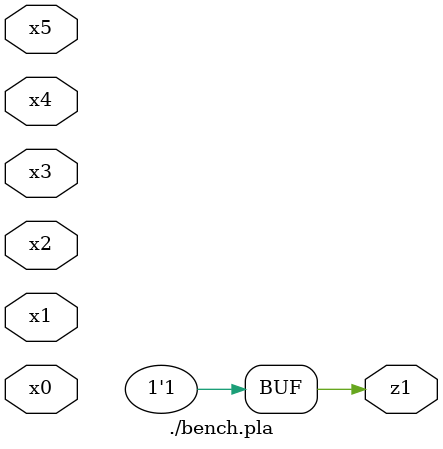
<source format=v>

module \./bench.pla  ( 
    x0, x1, x2, x3, x4, x5,
    z1  );
  input  x0, x1, x2, x3, x4, x5;
  output z1;
  assign z1 = 1'b1;
endmodule



</source>
